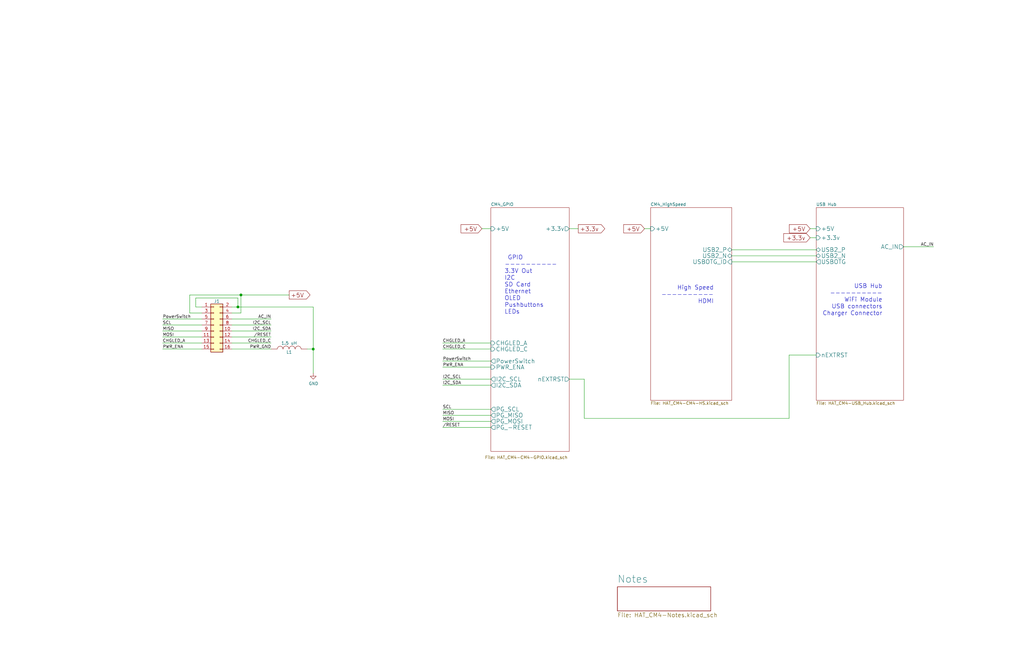
<source format=kicad_sch>
(kicad_sch (version 20210621) (generator eeschema)
  (paper "B")
  (title_block (title "ConnectBox HAT using RPi CM4") (date "2021-10-16") (rev "1.7.2") (comment 1 "JRA"))
  (lib_symbols
    (symbol "Connector_Generic:Conn_02x08_Odd_Even" (pin_names (offset 1.016) hide)
      (property "Reference" "J" (at 1.27 10.16 0))
      (property "Value" "Conn_02x08_Odd_Even" (at 1.27 -12.7 0))
      (symbol "Conn_02x08_Odd_Even_1_1"
        (rectangle (start -1.27 -10.033) (end 0 -10.287) (stroke (width 0.1524)))
        (rectangle (start -1.27 -7.493) (end 0 -7.747) (stroke (width 0.1524)))
        (rectangle (start -1.27 -4.953) (end 0 -5.207) (stroke (width 0.1524)))
        (rectangle (start -1.27 -2.413) (end 0 -2.667) (stroke (width 0.1524)))
        (rectangle (start -1.27 0.127) (end 0 -0.127) (stroke (width 0.1524)))
        (rectangle (start -1.27 2.667) (end 0 2.413) (stroke (width 0.1524)))
        (rectangle (start -1.27 5.207) (end 0 4.953) (stroke (width 0.1524)))
        (rectangle (start -1.27 7.747) (end 0 7.493) (stroke (width 0.1524)))
        (rectangle (start 3.81 -10.033) (end 2.54 -10.287) (stroke (width 0.1524)))
        (rectangle (start 3.81 -7.493) (end 2.54 -7.747) (stroke (width 0.1524)))
        (rectangle (start 3.81 -4.953) (end 2.54 -5.207) (stroke (width 0.1524)))
        (rectangle (start 3.81 -2.413) (end 2.54 -2.667) (stroke (width 0.1524)))
        (rectangle (start 3.81 0.127) (end 2.54 -0.127) (stroke (width 0.1524)))
        (rectangle (start 3.81 2.667) (end 2.54 2.413) (stroke (width 0.1524)))
        (rectangle (start 3.81 5.207) (end 2.54 4.953) (stroke (width 0.1524)))
        (rectangle (start 3.81 7.747) (end 2.54 7.493) (stroke (width 0.1524)))
        (rectangle (start -1.27 8.89) (end 3.81 -11.43) (stroke (width 0.254)) (fill (type background)))
        (pin passive line (at -5.08 7.62 0) (length 3.81) (name "Pin_1") (number "1"))
        (pin passive line (at 7.62 -2.54 180) (length 3.81) (name "Pin_10") (number "10"))
        (pin passive line (at -5.08 -5.08 0) (length 3.81) (name "Pin_11") (number "11"))
        (pin passive line (at 7.62 -5.08 180) (length 3.81) (name "Pin_12") (number "12"))
        (pin passive line (at -5.08 -7.62 0) (length 3.81) (name "Pin_13") (number "13"))
        (pin passive line (at 7.62 -7.62 180) (length 3.81) (name "Pin_14") (number "14"))
        (pin passive line (at -5.08 -10.16 0) (length 3.81) (name "Pin_15") (number "15"))
        (pin passive line (at 7.62 -10.16 180) (length 3.81) (name "Pin_16") (number "16"))
        (pin passive line (at 7.62 7.62 180) (length 3.81) (name "Pin_2") (number "2"))
        (pin passive line (at -5.08 5.08 0) (length 3.81) (name "Pin_3") (number "3"))
        (pin passive line (at 7.62 5.08 180) (length 3.81) (name "Pin_4") (number "4"))
        (pin passive line (at -5.08 2.54 0) (length 3.81) (name "Pin_5") (number "5"))
        (pin passive line (at 7.62 2.54 180) (length 3.81) (name "Pin_6") (number "6"))
        (pin passive line (at -5.08 0 0) (length 3.81) (name "Pin_7") (number "7"))
        (pin passive line (at 7.62 0 180) (length 3.81) (name "Pin_8") (number "8"))
        (pin passive line (at -5.08 -2.54 0) (length 3.81) (name "Pin_9") (number "9"))
      )
    )
    (symbol "CustomComponents:INDUCTOR-1" (pin_numbers hide) (pin_names (offset 1.016) hide)
      (property "Reference" "L" (at -1.27 0 90))
      (property "Value" "INDUCTOR-1" (at 2.54 0 90))
      (symbol "INDUCTOR-1_0_1"
        (arc (start 0.0254 -5.0546) (end 0.0254 -2.54) (radius (at 0 -3.81) (length 1.27) (angles -88.9 88.9)))
        (arc (start 0.0254 -2.5146) (end 0.0254 0.0508) (radius (at 0 -1.2446) (length 1.2954) (angles -88.9 88.9)))
        (arc (start 0.0254 0.0254) (end 0.0254 2.5908) (radius (at 0 1.2954) (length 1.2954) (angles -88.9 88.9)))
        (arc (start 0.0254 2.5654) (end 0.0254 4.9784) (radius (at 0 3.7592) (length 1.2192) (angles -88.9 88.9)))
      )
      (symbol "INDUCTOR-1_1_1"
        (pin passive line (at 0 7.62 270) (length 2.54) (name "1") (number "1"))
        (pin passive line (at 0 -7.62 90) (length 2.54) (name "2") (number "2"))
      )
    )
    (symbol "power:GND" (power) (pin_names (offset 0))
      (property "Value" "GND" (at 0 -3.81 0))
      (symbol "GND_0_1"
        (polyline (pts (xy 0 0) (xy 0 -1.27) (xy 1.27 -1.27) (xy 0 -2.54) (xy -1.27 -1.27) (xy 0 -1.27)))
      )
      (symbol "GND_1_1"
        (pin power_in line (at 0 0 270) (length 0) hide (name "GND") (number "1"))
      )
    )
  )
  (junction (at 100.33 129.54) (diameter 1.016))
  (junction (at 101.6 124.46) (diameter 1.016))
  (junction (at 132.08 147.32) (diameter 1.016))
  (wire (pts (xy 68.58 134.62) (xy 85.09 134.62)))
  (wire (pts (xy 68.58 137.16) (xy 85.09 137.16)))
  (wire (pts (xy 68.58 139.7) (xy 85.09 139.7)))
  (wire (pts (xy 68.58 142.24) (xy 85.09 142.24)))
  (wire (pts (xy 68.58 144.78) (xy 85.09 144.78)))
  (wire (pts (xy 68.58 147.32) (xy 85.09 147.32)))
  (wire (pts (xy 80.01 124.46) (xy 101.6 124.46)))
  (wire (pts (xy 80.01 132.08) (xy 80.01 124.46)))
  (wire (pts (xy 80.01 132.08) (xy 85.09 132.08)))
  (wire (pts (xy 82.55 125.73) (xy 100.33 125.73)))
  (wire (pts (xy 82.55 129.54) (xy 82.55 125.73)))
  (wire (pts (xy 82.55 129.54) (xy 85.09 129.54)))
  (wire (pts (xy 97.79 134.62) (xy 114.3 134.62)))
  (wire (pts (xy 97.79 137.16) (xy 114.3 137.16)))
  (wire (pts (xy 97.79 139.7) (xy 114.3 139.7)))
  (wire (pts (xy 97.79 142.24) (xy 114.3 142.24)))
  (wire (pts (xy 97.79 144.78) (xy 114.3 144.78)))
  (wire (pts (xy 97.79 147.32) (xy 114.3 147.32)))
  (wire (pts (xy 100.33 125.73) (xy 100.33 129.54)))
  (wire (pts (xy 100.33 129.54) (xy 97.79 129.54)))
  (wire (pts (xy 100.33 129.54) (xy 132.08 129.54)))
  (wire (pts (xy 101.6 124.46) (xy 101.6 132.08)))
  (wire (pts (xy 101.6 124.46) (xy 121.92 124.46)))
  (wire (pts (xy 101.6 132.08) (xy 97.79 132.08)))
  (wire (pts (xy 129.54 147.32) (xy 132.08 147.32)))
  (wire (pts (xy 132.08 129.54) (xy 132.08 147.32)))
  (wire (pts (xy 132.08 147.32) (xy 132.08 157.48)))
  (wire (pts (xy 186.69 144.78) (xy 207.01 144.78)))
  (wire (pts (xy 186.69 147.32) (xy 207.01 147.32)))
  (wire (pts (xy 186.69 152.4) (xy 207.01 152.4)))
  (wire (pts (xy 186.69 160.02) (xy 207.01 160.02)))
  (wire (pts (xy 186.69 162.56) (xy 207.01 162.56)))
  (wire (pts (xy 186.69 177.8) (xy 207.01 177.8)))
  (wire (pts (xy 186.69 180.34) (xy 207.01 180.34)))
  (wire (pts (xy 203.2 96.52) (xy 207.01 96.52)))
  (wire (pts (xy 207.01 154.94) (xy 186.69 154.94)))
  (wire (pts (xy 207.01 172.72) (xy 186.69 172.72)))
  (wire (pts (xy 207.01 175.26) (xy 186.69 175.26)))
  (wire (pts (xy 240.03 96.52) (xy 243.84 96.52)))
  (wire (pts (xy 240.03 160.02) (xy 246.38 160.02)))
  (wire (pts (xy 246.38 160.02) (xy 246.38 176.53)))
  (wire (pts (xy 246.38 176.53) (xy 332.74 176.53)))
  (wire (pts (xy 271.78 96.52) (xy 274.32 96.52)))
  (wire (pts (xy 308.61 105.41) (xy 344.17 105.41)))
  (wire (pts (xy 308.61 107.95) (xy 344.17 107.95)))
  (wire (pts (xy 308.61 110.49) (xy 344.17 110.49)))
  (wire (pts (xy 332.74 149.86) (xy 344.17 149.86)))
  (wire (pts (xy 332.74 176.53) (xy 332.74 149.86)))
  (wire (pts (xy 341.63 96.52) (xy 344.17 96.52)))
  (wire (pts (xy 341.63 100.33) (xy 344.17 100.33)))
  (wire (pts (xy 381 104.14) (xy 393.7 104.14)))
  (text " GPIO\n----------\n3.3V Out\nI2C\nSD Card\nEthernet\nOLED\nPushbuttons\nLEDs\n" (at 212.725 132.715 0) (effects (font (size 1.778 1.778)) (justify left bottom)))
  (text "High Speed\n----------\nHDMI\n" (at 300.99 128.27 180) (effects (font (size 1.778 1.778)) (justify right bottom)))
  (text "USB Hub\n----------\nWiFi Module\nUSB connectors\nCharger Connector\n" (at 372.11 133.35 0) (effects (font (size 1.778 1.778)) (justify right bottom)))
  (label "PowerSwitch" (at 68.58 134.62 0))
  (label "SCL" (at 68.58 137.16 0))
  (label "MISO" (at 68.58 139.7 0))
  (label "MOSI" (at 68.58 142.24 0))
  (label "CHGLED_A" (at 68.58 144.78 0))
  (label "PWR_ENA" (at 68.58 147.32 0))
  (label "AC_IN" (at 114.3 134.62 180))
  (label "I2C_SCL" (at 114.3 137.16 180))
  (label "I2C_SDA" (at 114.3 139.7 180))
  (label "{slash}RESET" (at 114.3 142.24 180))
  (label "CHGLED_C" (at 114.3 144.78 180))
  (label "PWR_GND" (at 114.3 147.32 180))
  (label "CHGLED_A" (at 186.69 144.78 0))
  (label "CHGLED_C" (at 186.69 147.32 0))
  (label "PowerSwitch" (at 186.69 152.4 0))
  (label "PWR_ENA" (at 186.69 154.94 0))
  (label "I2C_SCL" (at 186.69 160.02 0))
  (label "I2C_SDA" (at 186.69 162.56 0))
  (label "SCL" (at 186.69 172.72 0))
  (label "MISO" (at 186.69 175.26 0))
  (label "MOSI" (at 186.69 177.8 0))
  (label "{slash}RESET" (at 186.69 180.34 0))
  (label "AC_IN" (at 393.7 104.14 180))
  (global_label "+5V" (shape output) (at 121.92 124.46 0) (effects (font (size 1.778 1.778))) (property "Intersheet References" "${INTERSHEET_REFS}" (effects hide)))
  (global_label "+5V" (shape input) (at 203.2 96.52 180) (effects (font (size 1.778 1.778))) (property "Intersheet References" "${INTERSHEET_REFS}" (effects hide)))
  (global_label "+3.3v" (shape output) (at 243.84 96.52 0) (effects (font (size 1.778 1.778))) (property "Intersheet References" "${INTERSHEET_REFS}" (effects hide)))
  (global_label "+5V" (shape input) (at 271.78 96.52 180) (effects (font (size 1.778 1.778))) (property "Intersheet References" "${INTERSHEET_REFS}" (effects hide)))
  (global_label "+5V" (shape input) (at 341.63 96.52 180) (effects (font (size 1.778 1.778))) (property "Intersheet References" "${INTERSHEET_REFS}" (effects hide)))
  (global_label "+3.3v" (shape input) (at 341.63 100.33 180) (effects (font (size 1.778 1.778))) (property "Intersheet References" "${INTERSHEET_REFS}" (effects hide)))
  (symbol (lib_id "power:GND") (at 132.08 157.48 0) (unit 1)
    (property "Reference" "#PWR01" (effects hide))
    (property "Value" "GND" (at 132.207 161.8742 0))
  )
  (symbol (lib_id "CustomComponents:INDUCTOR-1") (at 121.92 147.32 90) (unit 1)
    (property "Reference" "L1" (at 121.92 148.59 90))
    (property "Value" "1.5 uH" (at 121.92 144.78 90))
    (property "Footprint" "Inductor_SMD:L_Taiyo-Yuden_NR-50xx" (effects hide))
    (property "Manufacturer" "Taiyo Yuden" (effects hide))
    (property "Manufacturer P/N" "NRS5020T1R5NMGJ" (effects hide))
    (property "Description" "FIXED IND 1.5UH 3A 31.2MOHM SMD" (effects hide))
    (property "DigiKey P/N" "587-2404-1-ND" (effects hide))
    (property "Type" "SMD" (effects hide))
  )
  (symbol (lib_id "Connector_Generic:Conn_02x08_Odd_Even") (at 90.17 137.16 0) (unit 1)
    (property "Reference" "J1" (at 91.44 127.0784 0))
    (property "Value" "Conn_02x08_Odd_Even" (effects hide))
    (property "Footprint" "Connector_PinHeader_2.54mm:PinHeader_2x08_P2.54mm_Vertical" (effects hide))
    (property "Manufacturer" "Sullins Connector Solutions" (effects hide))
    (property "Manufacturer P/N" "PRPC008DAAN-RC" (effects hide))
    (property "Description" "CONN HEADER VERT 16POS 2.54MM GOLD" (effects hide))
    (property "DigiKey P/N" "S2011EC-08-ND" (effects hide))
    (property "Type " "TH" (effects hide))
  )
  (sheet (at 207.01 87.63) (size 33.02 102.87) (stroke (width 0.0006))
    (property "Sheet name" "CM4_GPIO" (at 207.01 86.9943 0) (effects (justify left bottom)))
    (property "Sheet file" "HAT_CM4-CM4-GPIO.kicad_sch" (at 204.47 192.2787 0) (effects (justify left top)))
    (pin "I2C_SCL" output (at 207.01 160.02 180) (effects (font (size 1.778 1.778))))
    (pin "I2C_SDA" output (at 207.01 162.56 180) (effects (font (size 1.778 1.778))))
    (pin "+3.3v" output (at 240.03 96.52 0) (effects (font (size 1.778 1.778))))
    (pin "nEXTRST" output (at 240.03 160.02 0) (effects (font (size 1.778 1.778))))
    (pin "+5V" input (at 207.01 96.52 180) (effects (font (size 1.778 1.778))))
    (pin "PowerSwitch" output (at 207.01 152.4 180) (effects (font (size 1.778 1.778))))
    (pin "PG_MOSI" output (at 207.01 177.8 180) (effects (font (size 1.778 1.778))))
    (pin "PG_MISO" output (at 207.01 175.26 180) (effects (font (size 1.778 1.778))))
    (pin "PG_SCL" output (at 207.01 172.72 180) (effects (font (size 1.778 1.778))))
    (pin "PG_-RESET" output (at 207.01 180.34 180) (effects (font (size 1.778 1.778))))
    (pin "PWR_ENA" input (at 207.01 154.94 180) (effects (font (size 1.778 1.778))))
    (pin "CHGLED_A" input (at 207.01 144.78 180) (effects (font (size 1.778 1.778))))
    (pin "CHGLED_C" input (at 207.01 147.32 180) (effects (font (size 1.778 1.778))))
  )
  (sheet (at 274.32 87.63) (size 34.29 81.28) (stroke (width 0.0006))
    (property "Sheet name" "CM4_HighSpeed" (at 274.32 86.9943 0) (effects (justify left bottom)))
    (property "Sheet file" "HAT_CM4-CM4-HS.kicad_sch" (at 274.32 169.4187 0) (effects (justify left top)))
    (pin "USBOTG_ID" input (at 308.61 110.49 0) (effects (font (size 1.778 1.778))))
    (pin "USB2_N" bidirectional (at 308.61 107.95 0) (effects (font (size 1.778 1.778))))
    (pin "USB2_P" bidirectional (at 308.61 105.41 0) (effects (font (size 1.778 1.778))))
    (pin "+5V" input (at 274.32 96.52 180) (effects (font (size 1.778 1.778))))
  )
  (sheet (at 260.35 247.65) (size 39.37 10.16)
    (property "Sheet name" "Notes" (at 260.35 246.1255 0) (effects (font (size 3.048 3.048)) (justify left bottom)))
    (property "Sheet file" "HAT_CM4-Notes.kicad_sch" (at 260.35 258.5217 0) (effects (font (size 1.778 1.778)) (justify left top)))
  )
  (sheet (at 344.17 87.63) (size 36.83 81.28) (stroke (width 0.0006))
    (property "Sheet name" "USB Hub" (at 344.17 86.9943 0) (effects (justify left bottom)))
    (property "Sheet file" "HAT_CM4-USB_Hub.kicad_sch" (at 344.17 169.4187 0) (effects (justify left top)))
    (pin "+5V" input (at 344.17 96.52 180) (effects (font (size 1.778 1.778))))
    (pin "USB2_P" bidirectional (at 344.17 105.41 180) (effects (font (size 1.778 1.778))))
    (pin "USB2_N" bidirectional (at 344.17 107.95 180) (effects (font (size 1.778 1.778))))
    (pin "+3.3v" input (at 344.17 100.33 180) (effects (font (size 1.778 1.778))))
    (pin "nEXTRST" input (at 344.17 149.86 180) (effects (font (size 1.778 1.778))))
    (pin "USBOTG" output (at 344.17 110.49 180) (effects (font (size 1.778 1.778))))
    (pin "AC_IN" output (at 381 104.14 0) (effects (font (size 1.778 1.778))))
  )
)
</source>
